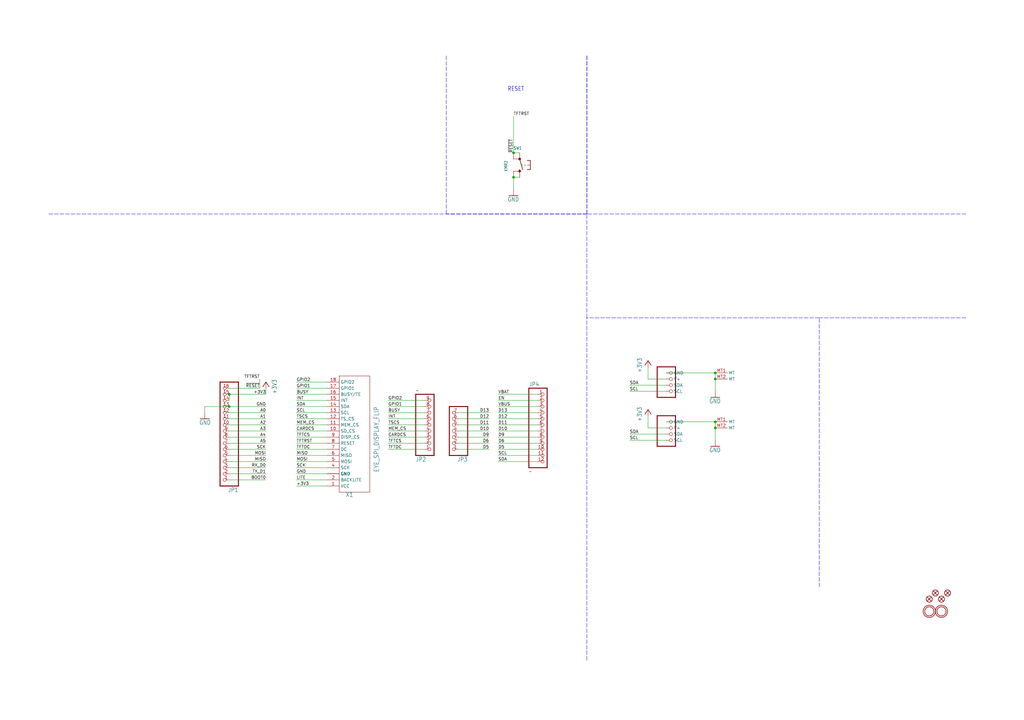
<source format=kicad_sch>
(kicad_sch (version 20211123) (generator eeschema)
  (paper "User" 425.45 299.161)
  (lib_symbols
    (symbol "Adafruit EYESPI Breakout Board-eagle-import:EYE_SPI_DISPLAY_FLIP"
      (property "Reference" "X" (at 2.54 -27.94 0))
      (property "Value" "EYE_SPI_DISPLAY_FLIP" (at 2.54 -27.94 0))
      (symbol "EYE_SPI_DISPLAY_FLIP_1_0"
        (polyline (pts (xy 0 -25.4) (xy 0 22.86)) (stroke (width 0.1524)))
        (polyline (pts (xy 0 22.86) (xy 12.7 22.86)) (stroke (width 0.1524)))
        (polyline (pts (xy 12.7 -25.4) (xy 0 -25.4)) (stroke (width 0.1524)))
        (polyline (pts (xy 12.7 22.86) (xy 12.7 -25.4)) (stroke (width 0.1524)))
        (pin power_in line (at -5.08 20.32 0) (length 5.08) (name "VCC") (number "1"))
        (pin input line (at -5.08 -2.54 0) (length 5.08) (name "SD_CS") (number "10"))
        (pin input line (at -5.08 -5.08 0) (length 5.08) (name "MEM_CS") (number "11"))
        (pin input line (at -5.08 -7.62 0) (length 5.08) (name "TS_CS") (number "12"))
        (pin input line (at -5.08 -10.16 0) (length 5.08) (name "SCL") (number "13"))
        (pin bidirectional line (at -5.08 -12.7 0) (length 5.08) (name "SDA") (number "14"))
        (pin output line (at -5.08 -15.24 0) (length 5.08) (name "INT") (number "15"))
        (pin output line (at -5.08 -17.78 0) (length 5.08) (name "BUSY/TE") (number "16"))
        (pin passive line (at -5.08 -20.32 0) (length 5.08) (name "GPIO1") (number "17"))
        (pin passive line (at -5.08 -22.86 0) (length 5.08) (name "GPIO2") (number "18"))
        (pin input line (at -5.08 17.78 0) (length 5.08) (name "BACKLITE") (number "2"))
        (pin power_in line (at -5.08 15.24 0) (length 5.08) (name "GND") (number "3"))
        (pin input line (at -5.08 12.7 0) (length 5.08) (name "SCK") (number "4"))
        (pin input line (at -5.08 10.16 0) (length 5.08) (name "MOSI") (number "5"))
        (pin output line (at -5.08 7.62 0) (length 5.08) (name "MISO") (number "6"))
        (pin input line (at -5.08 5.08 0) (length 5.08) (name "DC") (number "7"))
        (pin input line (at -5.08 2.54 0) (length 5.08) (name "RESET") (number "8"))
        (pin input line (at -5.08 0 0) (length 5.08) (name "DISP_CS") (number "9"))
        (pin power_in line (at -5.08 15.24 0) (length 5.08) (name "GND") (number "SUPPORT1"))
        (pin power_in line (at -5.08 15.24 0) (length 5.08) (name "GND") (number "SUPPORT2"))
      )
    )
    (symbol "Adafruit EYESPI Breakout Board-eagle-import:HEADER-1X970MIL"
      (property "Reference" "JP" (at -6.35 13.335 0))
      (property "Value" "HEADER-1X970MIL" (at -6.35 -15.24 0))
      (symbol "HEADER-1X970MIL_1_0"
        (polyline (pts (xy -6.35 -12.7) (xy 1.27 -12.7)) (stroke (width 0.4064)))
        (polyline (pts (xy -6.35 12.7) (xy -6.35 -12.7)) (stroke (width 0.4064)))
        (polyline (pts (xy 1.27 -12.7) (xy 1.27 12.7)) (stroke (width 0.4064)))
        (polyline (pts (xy 1.27 12.7) (xy -6.35 12.7)) (stroke (width 0.4064)))
        (pin passive inverted (at -2.54 10.16 0) (length 2.54) (name "1") (number "1"))
        (pin passive inverted (at -2.54 7.62 0) (length 2.54) (name "2") (number "2"))
        (pin passive inverted (at -2.54 5.08 0) (length 2.54) (name "3") (number "3"))
        (pin passive inverted (at -2.54 2.54 0) (length 2.54) (name "4") (number "4"))
        (pin passive inverted (at -2.54 0 0) (length 2.54) (name "5") (number "5"))
        (pin passive inverted (at -2.54 -2.54 0) (length 2.54) (name "6") (number "6"))
        (pin passive inverted (at -2.54 -5.08 0) (length 2.54) (name "7") (number "7"))
        (pin passive inverted (at -2.54 -7.62 0) (length 2.54) (name "8") (number "8"))
        (pin passive inverted (at -2.54 -10.16 0) (length 2.54) (name "9") (number "9"))
      )
    )
    (symbol "eyeSPI-FeatherWing-eagle-import:+3V3" (power)
      (property "Value" "+3V3" (at -2.54 -5.08 90))
      (symbol "+3V3_1_0"
        (polyline (pts (xy 0 0) (xy -1.27 -1.905)) (stroke (width 0.254)))
        (polyline (pts (xy 1.27 -1.905) (xy 0 0)) (stroke (width 0.254)))
        (pin power_in line (at 0 -2.54 90) (length 2.54) (name "+3V3") (number "1"))
      )
    )
    (symbol "eyeSPI-FeatherWing-eagle-import:FIDUCIAL_1MM"
      (symbol "FIDUCIAL_1MM_1_0"
        (polyline (pts (xy -0.762 0.762) (xy 0.762 -0.762)) (stroke (width 0.254)))
        (polyline (pts (xy 0.762 0.762) (xy -0.762 -0.762)) (stroke (width 0.254)))
        (circle (center 0 0) (radius 1.27) (stroke (width 0.254)))
      )
    )
    (symbol "eyeSPI-FeatherWing-eagle-import:GND" (power)
      (property "Value" "GND" (at -2.54 -2.54 0))
      (symbol "GND_1_0"
        (polyline (pts (xy -1.905 0) (xy 1.905 0)) (stroke (width 0.254)))
        (pin power_in line (at 0 2.54 270) (length 2.54) (name "GND") (number "1"))
      )
    )
    (symbol "eyeSPI-FeatherWing-eagle-import:HEADER-1X12"
      (property "Reference" "JP" (at -6.35 18.415 0))
      (property "Value" "HEADER-1X12" (at -6.35 -17.78 0))
      (symbol "HEADER-1X12_1_0"
        (polyline (pts (xy -6.35 -15.24) (xy 1.27 -15.24)) (stroke (width 0.4064)))
        (polyline (pts (xy -6.35 17.78) (xy -6.35 -15.24)) (stroke (width 0.4064)))
        (polyline (pts (xy 1.27 -15.24) (xy 1.27 17.78)) (stroke (width 0.4064)))
        (polyline (pts (xy 1.27 17.78) (xy -6.35 17.78)) (stroke (width 0.4064)))
        (pin passive inverted (at -2.54 15.24 0) (length 2.54) (name "1") (number "1"))
        (pin passive inverted (at -2.54 -7.62 0) (length 2.54) (name "10") (number "10"))
        (pin passive inverted (at -2.54 -10.16 0) (length 2.54) (name "11") (number "11"))
        (pin passive inverted (at -2.54 -12.7 0) (length 2.54) (name "12") (number "12"))
        (pin passive inverted (at -2.54 12.7 0) (length 2.54) (name "2") (number "2"))
        (pin passive inverted (at -2.54 10.16 0) (length 2.54) (name "3") (number "3"))
        (pin passive inverted (at -2.54 7.62 0) (length 2.54) (name "4") (number "4"))
        (pin passive inverted (at -2.54 5.08 0) (length 2.54) (name "5") (number "5"))
        (pin passive inverted (at -2.54 2.54 0) (length 2.54) (name "6") (number "6"))
        (pin passive inverted (at -2.54 0 0) (length 2.54) (name "7") (number "7"))
        (pin passive inverted (at -2.54 -2.54 0) (length 2.54) (name "8") (number "8"))
        (pin passive inverted (at -2.54 -5.08 0) (length 2.54) (name "9") (number "9"))
      )
    )
    (symbol "eyeSPI-FeatherWing-eagle-import:HEADER-1X16ROUND"
      (property "Reference" "JP" (at -6.35 20.955 0))
      (property "Value" "HEADER-1X16ROUND" (at -6.35 -25.4 0))
      (symbol "HEADER-1X16ROUND_1_0"
        (polyline (pts (xy -6.35 -22.86) (xy 1.27 -22.86)) (stroke (width 0.4064)))
        (polyline (pts (xy -6.35 20.32) (xy -6.35 -22.86)) (stroke (width 0.4064)))
        (polyline (pts (xy 1.27 -22.86) (xy 1.27 20.32)) (stroke (width 0.4064)))
        (polyline (pts (xy 1.27 20.32) (xy -6.35 20.32)) (stroke (width 0.4064)))
        (pin passive inverted (at -2.54 17.78 0) (length 2.54) (name "1") (number "1"))
        (pin passive inverted (at -2.54 -5.08 0) (length 2.54) (name "10") (number "10"))
        (pin passive inverted (at -2.54 -7.62 0) (length 2.54) (name "11") (number "11"))
        (pin passive inverted (at -2.54 -10.16 0) (length 2.54) (name "12") (number "12"))
        (pin passive inverted (at -2.54 -12.7 0) (length 2.54) (name "13") (number "13"))
        (pin passive inverted (at -2.54 -15.24 0) (length 2.54) (name "14") (number "14"))
        (pin passive inverted (at -2.54 -17.78 0) (length 2.54) (name "15") (number "15"))
        (pin passive inverted (at -2.54 -20.32 0) (length 2.54) (name "16") (number "16"))
        (pin passive inverted (at -2.54 15.24 0) (length 2.54) (name "2") (number "2"))
        (pin passive inverted (at -2.54 12.7 0) (length 2.54) (name "3") (number "3"))
        (pin passive inverted (at -2.54 10.16 0) (length 2.54) (name "4") (number "4"))
        (pin passive inverted (at -2.54 7.62 0) (length 2.54) (name "5") (number "5"))
        (pin passive inverted (at -2.54 5.08 0) (length 2.54) (name "6") (number "6"))
        (pin passive inverted (at -2.54 2.54 0) (length 2.54) (name "7") (number "7"))
        (pin passive inverted (at -2.54 0 0) (length 2.54) (name "8") (number "8"))
        (pin passive inverted (at -2.54 -2.54 0) (length 2.54) (name "9") (number "9"))
      )
    )
    (symbol "eyeSPI-FeatherWing-eagle-import:MOUNTINGHOLE2.5"
      (symbol "MOUNTINGHOLE2.5_1_0"
        (circle (center 0 0) (radius 1.905) (stroke (width 0.254)))
        (circle (center 0 0) (radius 2.54) (stroke (width 0.254)))
      )
    )
    (symbol "eyeSPI-FeatherWing-eagle-import:STEMMA_I2C_QT"
      (symbol "STEMMA_I2C_QT_1_0"
        (polyline (pts (xy -3.81 -5.08) (xy 3.81 -5.08)) (stroke (width 0.4064)))
        (polyline (pts (xy -3.81 7.62) (xy -3.81 -5.08)) (stroke (width 0.4064)))
        (polyline (pts (xy 3.81 -5.08) (xy 3.81 7.62)) (stroke (width 0.4064)))
        (polyline (pts (xy 3.81 7.62) (xy -3.81 7.62)) (stroke (width 0.4064)))
        (pin passive inverted (at 0 5.08 0) (length 2.54) (name "GND") (number "1"))
        (pin passive inverted (at 0 2.54 0) (length 2.54) (name "V+") (number "2"))
        (pin passive inverted (at 0 0 0) (length 2.54) (name "SDA") (number "3"))
        (pin passive inverted (at 0 -2.54 0) (length 2.54) (name "SCL") (number "4"))
      )
      (symbol "STEMMA_I2C_QT_2_0"
        (pin bidirectional line (at 0 0 0) (length 5.08) (name "MT") (number "MT1"))
      )
      (symbol "STEMMA_I2C_QT_3_0"
        (pin bidirectional line (at 0 0 0) (length 5.08) (name "MT") (number "MT2"))
      )
    )
    (symbol "eyeSPI-FeatherWing-eagle-import:SWITCH_TACT_SMT4.6X2.8"
      (property "Reference" "SW" (at -2.54 6.35 0))
      (property "Value" "SWITCH_TACT_SMT4.6X2.8" (at -2.54 -5.08 0))
      (symbol "SWITCH_TACT_SMT4.6X2.8_1_0"
        (circle (center -2.54 0) (radius 0.127) (stroke (width 0.4064)))
        (polyline (pts (xy -2.54 -2.54) (xy -2.54 0)) (stroke (width 0.1524)))
        (polyline (pts (xy -2.54 0) (xy 1.905 1.27)) (stroke (width 0.254)))
        (polyline (pts (xy -1.905 4.445) (xy -1.905 3.175)) (stroke (width 0.254)))
        (polyline (pts (xy 0 1.27) (xy 0 0.635)) (stroke (width 0.1524)))
        (polyline (pts (xy 0 2.54) (xy 0 1.905)) (stroke (width 0.1524)))
        (polyline (pts (xy 0 4.445) (xy -1.905 4.445)) (stroke (width 0.254)))
        (polyline (pts (xy 0 4.445) (xy 0 3.175)) (stroke (width 0.1524)))
        (polyline (pts (xy 1.905 0) (xy 2.54 0)) (stroke (width 0.254)))
        (polyline (pts (xy 1.905 4.445) (xy 0 4.445)) (stroke (width 0.254)))
        (polyline (pts (xy 1.905 4.445) (xy 1.905 3.175)) (stroke (width 0.254)))
        (polyline (pts (xy 2.54 -2.54) (xy 2.54 0)) (stroke (width 0.1524)))
        (circle (center 2.54 0) (radius 0.127) (stroke (width 0.4064)))
        (pin passive line (at -5.08 0 0) (length 2.54) (name "P") (number "A"))
        (pin passive line (at -5.08 -2.54 0) (length 2.54) (name "P1") (number "A'"))
        (pin passive line (at 5.08 0 180) (length 2.54) (name "S") (number "B"))
        (pin passive line (at 5.08 -2.54 180) (length 2.54) (name "S1") (number "B'"))
      )
    )
    (symbol "HEADER-1X970MIL_1"
      (property "Reference" "JP3" (at -6.35 13.335 0))
      (symbol "HEADER-1X970MIL_1_1_0"
        (polyline (pts (xy -6.35 -7.62) (xy 1.27 -7.62)) (stroke (width 0.4064)))
        (polyline (pts (xy -6.35 12.7) (xy -6.35 -7.62)) (stroke (width 0.4064)))
        (polyline (pts (xy 1.27 -7.62) (xy 1.27 12.7)) (stroke (width 0.4064)))
        (polyline (pts (xy 1.27 12.7) (xy -6.35 12.7)) (stroke (width 0.4064)))
        (pin passive inverted (at -2.54 10.16 0) (length 2.54) (name "1") (number "1"))
        (pin passive inverted (at -2.54 7.62 0) (length 2.54) (name "2") (number "2"))
        (pin passive inverted (at -2.54 5.08 0) (length 2.54) (name "3") (number "3"))
        (pin passive inverted (at -2.54 2.54 0) (length 2.54) (name "4") (number "4"))
        (pin passive inverted (at -2.54 0 0) (length 2.54) (name "5") (number "5"))
        (pin passive inverted (at -2.54 -2.54 0) (length 2.54) (name "6") (number "6"))
        (pin passive inverted (at -2.54 -5.08 0) (length 2.54) (name "7") (number "7"))
      )
    )
  )
  (junction (at 297.18 154.94))
  (junction (at 213.36 63.5))
  (junction (at 95.25 163.83))
  (junction (at 297.18 175.26))
  (junction (at 297.18 177.8))
  (junction (at 213.36 73.66))
  (junction (at 95.25 168.91))
  (junction (at 297.18 157.48))
  (wire (pts (xy 213.36 78.74) (xy 213.36 73.66)))
  (wire (pts (xy 176.53 168.91) (xy 161.29 168.91)))
  (wire (pts (xy 190.5 181.61) (xy 203.2 181.61)))
  (wire (pts (xy 95.25 181.61) (xy 110.49 181.61)))
  (wire (pts (xy 95.25 171.45) (xy 110.49 171.45)))
  (wire (pts (xy 207.01 166.37) (xy 223.52 166.37)))
  (wire (pts (xy 261.62 180.34) (xy 276.86 180.34)))
  (wire (pts (xy 207.01 176.53) (xy 223.52 176.53)))
  (wire (pts (xy 261.62 162.56) (xy 276.86 162.56)))
  (wire (pts (xy 297.18 177.8) (xy 297.18 182.88)))
  (wire (pts (xy 123.19 186.69) (xy 135.89 186.69)))
  (wire (pts (xy 207.01 168.91) (xy 223.52 168.91)))
  (wire (pts (xy 95.25 194.31) (xy 110.49 194.31)))
  (wire (pts (xy 190.5 171.45) (xy 203.2 171.45)))
  (wire (pts (xy 95.25 189.23) (xy 110.49 189.23)))
  (wire (pts (xy 123.19 181.61) (xy 135.89 181.61)))
  (wire (pts (xy 95.25 161.29) (xy 107.95 161.29)))
  (wire (pts (xy 123.19 166.37) (xy 135.89 166.37)))
  (wire (pts (xy 123.19 168.91) (xy 135.89 168.91)))
  (wire (pts (xy 207.01 179.07) (xy 223.52 179.07)))
  (wire (pts (xy 123.19 158.75) (xy 135.89 158.75)))
  (wire (pts (xy 85.09 168.91) (xy 95.25 168.91)))
  (wire (pts (xy 215.9 73.66) (xy 213.36 73.66)))
  (wire (pts (xy 190.5 176.53) (xy 203.2 176.53)))
  (polyline (pts (xy 243.84 88.9) (xy 185.42 88.9)))
  (wire (pts (xy 176.53 166.37) (xy 161.29 166.37)))
  (polyline (pts (xy 340.36 132.08) (xy 243.84 132.08)))
  (wire (pts (xy 123.19 179.07) (xy 135.89 179.07)))
  (wire (pts (xy 123.19 189.23) (xy 135.89 189.23)))
  (polyline (pts (xy 243.84 88.9) (xy 243.84 22.86)))
  (wire (pts (xy 123.19 173.99) (xy 135.89 173.99)))
  (wire (pts (xy 123.19 184.15) (xy 135.89 184.15)))
  (wire (pts (xy 190.5 184.15) (xy 203.2 184.15)))
  (wire (pts (xy 269.24 177.8) (xy 269.24 172.72)))
  (wire (pts (xy 95.25 163.83) (xy 95.25 166.37)))
  (wire (pts (xy 207.01 189.23) (xy 223.52 189.23)))
  (wire (pts (xy 161.29 181.61) (xy 176.53 181.61)))
  (wire (pts (xy 123.19 196.85) (xy 135.89 196.85)))
  (wire (pts (xy 110.49 161.29) (xy 110.49 163.83)))
  (wire (pts (xy 207.01 186.69) (xy 223.52 186.69)))
  (wire (pts (xy 297.18 175.26) (xy 276.86 175.26)))
  (wire (pts (xy 261.62 182.88) (xy 276.86 182.88)))
  (wire (pts (xy 207.01 173.99) (xy 223.52 173.99)))
  (wire (pts (xy 213.36 63.5) (xy 215.9 63.5)))
  (wire (pts (xy 261.62 160.02) (xy 276.86 160.02)))
  (wire (pts (xy 207.01 163.83) (xy 223.52 163.83)))
  (wire (pts (xy 110.49 179.07) (xy 95.25 179.07)))
  (wire (pts (xy 297.18 157.48) (xy 297.18 162.56)))
  (polyline (pts (xy 243.84 88.9) (xy 243.84 22.86)))
  (wire (pts (xy 297.18 154.94) (xy 276.86 154.94)))
  (wire (pts (xy 207.01 184.15) (xy 223.52 184.15)))
  (wire (pts (xy 297.18 157.48) (xy 297.18 154.94)))
  (wire (pts (xy 123.19 171.45) (xy 135.89 171.45)))
  (wire (pts (xy 85.09 168.91) (xy 85.09 171.45)))
  (wire (pts (xy 95.25 176.53) (xy 110.49 176.53)))
  (wire (pts (xy 95.25 186.69) (xy 110.49 186.69)))
  (wire (pts (xy 95.25 168.91) (xy 110.49 168.91)))
  (wire (pts (xy 95.25 163.83) (xy 110.49 163.83)))
  (wire (pts (xy 110.49 199.39) (xy 95.25 199.39)))
  (wire (pts (xy 207.01 181.61) (xy 223.52 181.61)))
  (wire (pts (xy 107.95 157.48) (xy 107.95 161.29)))
  (wire (pts (xy 110.49 173.99) (xy 95.25 173.99)))
  (wire (pts (xy 110.49 196.85) (xy 95.25 196.85)))
  (wire (pts (xy 161.29 186.69) (xy 176.53 186.69)))
  (polyline (pts (xy 243.84 132.08) (xy 243.84 88.9)))
  (wire (pts (xy 276.86 177.8) (xy 269.24 177.8)))
  (polyline (pts (xy 401.32 88.9) (xy 243.84 88.9)))
  (wire (pts (xy 276.86 157.48) (xy 269.24 157.48)))
  (wire (pts (xy 123.19 163.83) (xy 135.89 163.83)))
  (polyline (pts (xy 243.84 88.9) (xy 185.42 88.9)))
  (wire (pts (xy 207.01 171.45) (xy 223.52 171.45)))
  (wire (pts (xy 123.19 194.31) (xy 135.89 194.31)))
  (polyline (pts (xy 243.84 274.32) (xy 243.84 132.08)))
  (wire (pts (xy 190.5 179.07) (xy 203.2 179.07)))
  (wire (pts (xy 161.29 171.45) (xy 176.53 171.45)))
  (wire (pts (xy 176.53 184.15) (xy 161.29 184.15)))
  (wire (pts (xy 269.24 157.48) (xy 269.24 152.4)))
  (wire (pts (xy 95.25 191.77) (xy 110.49 191.77)))
  (wire (pts (xy 123.19 191.77) (xy 135.89 191.77)))
  (wire (pts (xy 176.53 173.99) (xy 161.29 173.99)))
  (wire (pts (xy 123.19 161.29) (xy 135.89 161.29)))
  (wire (pts (xy 123.19 199.39) (xy 135.89 199.39)))
  (wire (pts (xy 176.53 179.07) (xy 161.29 179.07)))
  (wire (pts (xy 213.36 48.26) (xy 213.36 63.5)))
  (wire (pts (xy 161.29 176.53) (xy 176.53 176.53)))
  (polyline (pts (xy 340.36 243.84) (xy 340.36 132.08)))
  (wire (pts (xy 207.01 191.77) (xy 223.52 191.77)))
  (wire (pts (xy 190.5 186.69) (xy 203.2 186.69)))
  (polyline (pts (xy 185.42 88.9) (xy 185.42 22.86)))
  (wire (pts (xy 190.5 173.99) (xy 203.2 173.99)))
  (wire (pts (xy 123.19 176.53) (xy 135.89 176.53)))
  (wire (pts (xy 123.19 201.93) (xy 135.89 201.93)))
  (polyline (pts (xy 401.32 132.08) (xy 340.36 132.08)))
  (wire (pts (xy 110.49 184.15) (xy 95.25 184.15)))
  (polyline (pts (xy 20.32 88.9) (xy 185.42 88.9)))
  (wire (pts (xy 297.18 177.8) (xy 297.18 175.26)))
  (text "RESET" (at 210.82 38.1 180) (effects (font (size 1.778 1.5113)) (justify left bottom)))
  (label "TX_D1" (at 110.49 196.85 180) (effects (font (size 1.2446 1.2446))))
  (label "VBUS" (at 207.01 168.91 0) (effects (font (size 1.2446 1.2446))))
  (label "TFTCS" (at 123.19 181.61 0) (effects (font (size 1.2446 1.2446))))
  (label "SCL" (at 261.62 162.56 0) (effects (font (size 1.2446 1.2446))))
  (label "A3" (at 110.49 179.07 180) (effects (font (size 1.2446 1.2446))))
  (label "MEM_CS" (at 123.19 176.53 0) (effects (font (size 1.2446 1.2446))))
  (label "TFTDC" (at 161.29 186.69 0) (effects (font (size 1.2446 1.2446))))
  (label "RX_D0" (at 110.49 194.31 180) (effects (font (size 1.2446 1.2446))))
  (label "GPIO1" (at 161.29 168.91 0) (effects (font (size 1.2446 1.2446))))
  (label "SDA" (at 261.62 160.02 0) (effects (font (size 1.2446 1.2446))))
  (label "D12" (at 203.2 173.99 180) (effects (font (size 1.2446 1.2446))))
  (label "D10" (at 203.2 179.07 180) (effects (font (size 1.2446 1.2446))))
  (label "A0" (at 110.49 171.45 180) (effects (font (size 1.2446 1.2446))))
  (label "VBAT" (at 207.01 163.83 0) (effects (font (size 1.2446 1.2446))))
  (label "A2" (at 110.49 176.53 180) (effects (font (size 1.2446 1.2446))))
  (label "D6" (at 207.01 184.15 0) (effects (font (size 1.2446 1.2446))))
  (label "A5" (at 110.49 184.15 180) (effects (font (size 1.2446 1.2446))))
  (label "MISO" (at 123.19 189.23 0) (effects (font (size 1.2446 1.2446))))
  (label "BOOT0" (at 110.49 199.39 180) (effects (font (size 1.2446 1.2446))))
  (label "MEM_CS" (at 161.29 179.07 0) (effects (font (size 1.2446 1.2446))))
  (label "D9" (at 203.2 181.61 180) (effects (font (size 1.2446 1.2446))))
  (label "A4" (at 110.49 181.61 180) (effects (font (size 1.2446 1.2446))))
  (label "MOSI" (at 123.19 191.77 0) (effects (font (size 1.2446 1.2446))))
  (label "+3V3" (at 123.19 201.93 0) (effects (font (size 1.2446 1.2446))))
  (label "EN" (at 207.01 166.37 0) (effects (font (size 1.2446 1.2446))))
  (label "D5" (at 207.01 186.69 0) (effects (font (size 1.2446 1.2446))))
  (label "TFTRST" (at 213.36 48.26 0) (effects (font (size 1.2446 1.2446))))
  (label "SCK" (at 110.49 186.69 180) (effects (font (size 1.2446 1.2446))))
  (label "GPIO2" (at 123.19 158.75 0) (effects (font (size 1.2446 1.2446))))
  (label "SDA" (at 123.19 168.91 0) (effects (font (size 1.2446 1.2446))))
  (label "D9" (at 207.01 181.61 0) (effects (font (size 1.2446 1.2446))))
  (label "D11" (at 207.01 176.53 0) (effects (font (size 1.2446 1.2446))))
  (label "GND" (at 110.49 168.91 180) (effects (font (size 1.2446 1.2446))))
  (label "~{RESET}" (at 213.36 63.5 90) (effects (font (size 1.2446 1.2446))))
  (label "D13" (at 203.2 171.45 180) (effects (font (size 1.2446 1.2446))))
  (label "D5" (at 203.2 186.69 180) (effects (font (size 1.2446 1.2446))))
  (label "+3V3" (at 110.49 163.83 180) (effects (font (size 1.2446 1.2446))))
  (label "SDA" (at 207.01 191.77 0) (effects (font (size 1.2446 1.2446))))
  (label "TSCS" (at 161.29 176.53 0) (effects (font (size 1.2446 1.2446))))
  (label "SCK" (at 123.19 194.31 0) (effects (font (size 1.2446 1.2446))))
  (label "D12" (at 207.01 173.99 0) (effects (font (size 1.2446 1.2446))))
  (label "TSCS" (at 123.19 173.99 0) (effects (font (size 1.2446 1.2446))))
  (label "SCL" (at 123.19 171.45 0) (effects (font (size 1.2446 1.2446))))
  (label "TFTRST" (at 123.19 184.15 0) (effects (font (size 1.2446 1.2446))))
  (label "GPIO2" (at 161.29 166.37 0) (effects (font (size 1.2446 1.2446))))
  (label "SDA" (at 261.62 180.34 0) (effects (font (size 1.2446 1.2446))))
  (label "MISO" (at 110.49 191.77 180) (effects (font (size 1.2446 1.2446))))
  (label "SCL" (at 261.62 182.88 0) (effects (font (size 1.2446 1.2446))))
  (label "BUSY" (at 123.19 163.83 0) (effects (font (size 1.2446 1.2446))))
  (label "TFTCS" (at 161.29 184.15 0) (effects (font (size 1.2446 1.2446))))
  (label "TFTRST" (at 107.95 157.48 180) (effects (font (size 1.2446 1.2446))))
  (label "D6" (at 203.2 184.15 180) (effects (font (size 1.2446 1.2446))))
  (label "TFTDC" (at 123.19 186.69 0) (effects (font (size 1.2446 1.2446))))
  (label "D13" (at 207.01 171.45 0) (effects (font (size 1.2446 1.2446))))
  (label "CARDCS" (at 161.29 181.61 0) (effects (font (size 1.2446 1.2446))))
  (label "GND" (at 123.19 196.85 0) (effects (font (size 1.2446 1.2446))))
  (label "SCL" (at 207.01 189.23 0) (effects (font (size 1.2446 1.2446))))
  (label "MOSI" (at 110.49 189.23 180) (effects (font (size 1.2446 1.2446))))
  (label "~{RESET}" (at 107.95 161.29 180) (effects (font (size 1.2446 1.2446))))
  (label "D10" (at 207.01 179.07 0) (effects (font (size 1.2446 1.2446))))
  (label "LITE" (at 123.19 199.39 0) (effects (font (size 1.2446 1.2446))))
  (label "D11" (at 203.2 176.53 180) (effects (font (size 1.2446 1.2446))))
  (label "A1" (at 110.49 173.99 180) (effects (font (size 1.2446 1.2446))))
  (label "BUSY" (at 161.29 171.45 0) (effects (font (size 1.2446 1.2446))))
  (label "GPIO1" (at 123.19 161.29 0) (effects (font (size 1.2446 1.2446))))
  (label "INT" (at 123.19 166.37 0) (effects (font (size 1.2446 1.2446))))
  (label "CARDCS" (at 123.19 179.07 0) (effects (font (size 1.2446 1.2446))))
  (label "INT" (at 161.29 173.99 0) (effects (font (size 1.2446 1.2446))))
  (symbol (lib_id "Adafruit EYESPI Breakout Board-eagle-import:HEADER-1X970MIL") (at 179.07 176.53 0) (mirror x) (unit 1)
    (property "Reference" "JP2" (at 172.72 189.865 0) (effects (font (size 1.778 1.5113)) (justify left bottom)))
    (property "Value" "~" (at 172.72 161.29 0) (effects (font (size 1.778 1.5113)) (justify left bottom)))
    (property "Footprint" "Adafruit EYESPI Breakout Board:1X09_ROUND_70" (effects hide))
  )
  (symbol (lib_id "eyeSPI-FeatherWing-eagle-import:+3V3") (at 110.49 158.75 0) (mirror y) (unit 1)
    (property "Reference" "#+3V01" (effects hide))
    (property "Value" "+3V3" (at 113.03 163.83 90) (effects (font (size 1.778 1.5113)) (justify left bottom)))
    (property "Footprint" "eyeSPI-FeatherWing:" (effects hide))
  )
  (symbol (lib_id "eyeSPI-FeatherWing-eagle-import:HEADER-1X16ROUND") (at 92.71 181.61 180) (unit 1)
    (property "Reference" "JP1" (at 99.06 202.565 0) (effects (font (size 1.778 1.5113)) (justify left bottom)))
    (property "Footprint" "eyeSPI-FeatherWing:1X16_ROUND" (effects hide))
  )
  (symbol (lib_id "eyeSPI-FeatherWing-eagle-import:FIDUCIAL_1MM") (at 388.62 246.38 0) (unit 1)
    (property "Reference" "U$5" (effects hide))
    (property "Value" "FIDUCIAL_1MM" (effects hide))
    (property "Footprint" "eyeSPI-FeatherWing:FIDUCIAL_1MM" (effects hide))
  )
  (symbol (lib_id "eyeSPI-FeatherWing-eagle-import:GND") (at 297.18 165.1 0) (unit 1)
    (property "Reference" "#GND011" (effects hide))
    (property "Value" "GND" (at 294.64 167.64 0) (effects (font (size 1.778 1.5113)) (justify left bottom)))
    (property "Footprint" "eyeSPI-FeatherWing:" (effects hide))
  )
  (symbol (lib_id "eyeSPI-FeatherWing-eagle-import:STEMMA_I2C_QT") (at 297.18 154.94 0) (unit 2)
    (property "Reference" "CONN1" (effects hide))
    (property "Value" "STEMMA_I2C_QT" (effects hide))
    (property "Footprint" "eyeSPI-FeatherWing:JST_SH4" (effects hide))
  )
  (symbol (lib_id "eyeSPI-FeatherWing-eagle-import:GND") (at 85.09 173.99 0) (mirror y) (unit 1)
    (property "Reference" "#GND04" (effects hide))
    (property "Value" "GND" (at 87.63 176.53 0) (effects (font (size 1.778 1.5113)) (justify left bottom)))
    (property "Footprint" "eyeSPI-FeatherWing:" (effects hide))
  )
  (symbol (lib_id "eyeSPI-FeatherWing-eagle-import:STEMMA_I2C_QT") (at 297.18 157.48 0) (unit 3)
    (property "Reference" "CONN1" (effects hide))
    (property "Value" "STEMMA_I2C_QT" (effects hide))
    (property "Footprint" "eyeSPI-FeatherWing:JST_SH4" (effects hide))
  )
  (symbol (lib_id "eyeSPI-FeatherWing-eagle-import:STEMMA_I2C_QT") (at 297.18 177.8 0) (unit 3)
    (property "Reference" "CONN2" (effects hide))
    (property "Value" "STEMMA_I2C_QT" (effects hide))
    (property "Footprint" "eyeSPI-FeatherWing:JST_SH4" (effects hide))
  )
  (symbol (lib_id "eyeSPI-FeatherWing-eagle-import:+3V3") (at 269.24 149.86 0) (unit 1)
    (property "Reference" "#+3V011" (effects hide))
    (property "Value" "+3V3" (at 266.7 154.94 90) (effects (font (size 1.778 1.5113)) (justify left bottom)))
    (property "Footprint" "eyeSPI-FeatherWing:" (effects hide))
  )
  (symbol (lib_id "eyeSPI-FeatherWing-eagle-import:FIDUCIAL_1MM") (at 393.7 246.38 0) (unit 1)
    (property "Reference" "U$37" (effects hide))
    (property "Value" "FIDUCIAL_1MM" (effects hide))
    (property "Footprint" "eyeSPI-FeatherWing:FIDUCIAL_1MM" (effects hide))
  )
  (symbol (lib_id "eyeSPI-FeatherWing-eagle-import:STEMMA_I2C_QT") (at 276.86 180.34 0) (unit 1)
    (property "Reference" "CONN2" (effects hide))
    (property "Value" "STEMMA_I2C_QT" (effects hide))
    (property "Footprint" "eyeSPI-FeatherWing:JST_SH4" (effects hide))
  )
  (symbol (lib_id "eyeSPI-FeatherWing-eagle-import:STEMMA_I2C_QT") (at 297.18 175.26 0) (unit 2)
    (property "Reference" "CONN2" (effects hide))
    (property "Value" "STEMMA_I2C_QT" (effects hide))
    (property "Footprint" "eyeSPI-FeatherWing:JST_SH4" (effects hide))
  )
  (symbol (lib_id "eyeSPI-FeatherWing-eagle-import:STEMMA_I2C_QT") (at 276.86 160.02 0) (unit 1)
    (property "Reference" "CONN1" (effects hide))
    (property "Value" "STEMMA_I2C_QT" (effects hide))
    (property "Footprint" "eyeSPI-FeatherWing:JST_SH4" (effects hide))
  )
  (symbol (lib_id "eyeSPI-FeatherWing-eagle-import:GND") (at 297.18 185.42 0) (unit 1)
    (property "Reference" "#GND0101" (effects hide))
    (property "Value" "GND" (at 294.64 187.96 0) (effects (font (size 1.778 1.5113)) (justify left bottom)))
    (property "Footprint" "eyeSPI-FeatherWing:" (effects hide))
  )
  (symbol (lib_id "eyeSPI-FeatherWing-eagle-import:MOUNTINGHOLE2.5") (at 386.08 254 0) (unit 1)
    (property "Reference" "U$31" (effects hide))
    (property "Value" "MOUNTINGHOLE2.5" (effects hide))
    (property "Footprint" "eyeSPI-FeatherWing:MOUNTINGHOLE_2.5_PLATED" (effects hide))
  )
  (symbol (lib_id "eyeSPI-FeatherWing-eagle-import:MOUNTINGHOLE2.5") (at 391.16 254 0) (unit 1)
    (property "Reference" "U$32" (effects hide))
    (property "Value" "MOUNTINGHOLE2.5" (effects hide))
    (property "Footprint" "eyeSPI-FeatherWing:MOUNTINGHOLE_2.5_PLATED" (effects hide))
  )
  (symbol (lib_id "eyeSPI-FeatherWing-eagle-import:HEADER-1X12") (at 226.06 179.07 0) (unit 1)
    (property "Reference" "JP4" (at 219.71 160.655 0) (effects (font (size 1.778 1.5113)) (justify left bottom)))
    (property "Value" "~" (at 219.71 196.85 0) (effects (font (size 1.778 1.5113)) (justify left bottom)))
    (property "Footprint" "Adafruit EYESPI Breakout Board:1X09_ROUND_70" (effects hide))
  )
  (symbol (lib_id "eyeSPI-FeatherWing-eagle-import:FIDUCIAL_1MM") (at 391.16 248.92 0) (unit 1)
    (property "Reference" "U$34" (effects hide))
    (property "Value" "FIDUCIAL_1MM" (effects hide))
    (property "Footprint" "eyeSPI-FeatherWing:FIDUCIAL_1MM" (effects hide))
  )
  (symbol (lib_id "Adafruit EYESPI Breakout Board-eagle-import:EYE_SPI_DISPLAY_FLIP") (at 140.97 181.61 0) (mirror x) (unit 1)
    (property "Reference" "X1" (at 143.51 204.47 0) (effects (font (size 1.9304 1.6408)) (justify left bottom)))
    (property "Value" "EYE_SPI_DISPLAY_FLIP" (at 157.48 168.91 90) (effects (font (size 1.9304 1.6408)) (justify left bottom)))
    (property "Footprint" "Adafruit EYESPI Breakout Board:EYE_SPI_DISPLAY_BOTCONTACT" (effects hide))
  )
  (symbol (lib_name "HEADER-1X970MIL_1") (lib_id "Adafruit EYESPI Breakout Board-eagle-import:HEADER-1X970MIL") (at 187.96 176.53 180) (unit 1)
    (property "Reference" "JP3" (at 194.31 189.865 0) (effects (font (size 1.778 1.5113)) (justify left bottom)))
    (property "Footprint" "eyeSPI-FeatherWing:1X12_ROUND" (effects hide))
  )
  (symbol (lib_id "eyeSPI-FeatherWing-eagle-import:+3V3") (at 269.24 170.18 0) (unit 1)
    (property "Reference" "#+3V0101" (effects hide))
    (property "Value" "+3V3" (at 266.7 175.26 90) (effects (font (size 1.778 1.5113)) (justify left bottom)))
    (property "Footprint" "eyeSPI-FeatherWing:" (effects hide))
  )
  (symbol (lib_id "eyeSPI-FeatherWing-eagle-import:FIDUCIAL_1MM") (at 386.08 248.92 0) (unit 1)
    (property "Reference" "U$35" (effects hide))
    (property "Value" "FIDUCIAL_1MM" (effects hide))
    (property "Footprint" "eyeSPI-FeatherWing:FIDUCIAL_1MM" (effects hide))
  )
  (symbol (lib_id "eyeSPI-FeatherWing-eagle-import:SWITCH_TACT_SMT4.6X2.8") (at 215.9 68.58 270) (unit 1)
    (property "Reference" "SW1" (at 213.36 62.23 90) (effects (font (size 1.27 1.0795)) (justify left bottom)))
    (property "Value" "KMR2" (at 209.55 66.675 0) (effects (font (size 1.27 1.0795)) (justify left bottom)))
    (property "Footprint" "eyeSPI-FeatherWing:BTN_KMR2_4.6X2.8" (effects hide))
  )
  (symbol (lib_id "eyeSPI-FeatherWing-eagle-import:GND") (at 213.36 81.28 0) (unit 1)
    (property "Reference" "#GND0102" (effects hide))
    (property "Value" "GND" (at 210.82 83.82 0) (effects (font (size 1.778 1.5113)) (justify left bottom)))
    (property "Footprint" "eyeSPI-FeatherWing:" (effects hide))
  )
)
</source>
